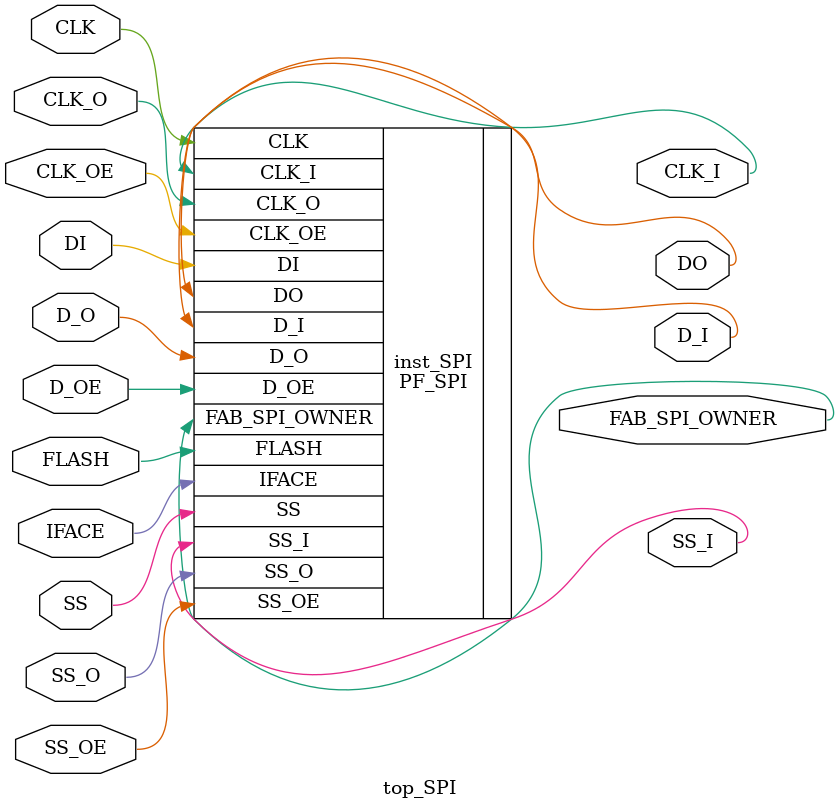
<source format=v>
module PF_SPI0 ( 
  CLK_I,
  D_I,
  SS_I,
  FAB_SPI_OWNER,
  CLK_OE,
  CLK_O,
  D_OE,
  D_O,
  SS_OE,
  SS_O,
  CLK,
  DI,
  DO,
  SS,
  IFACE,
  FLASH );
/* synthesis syn_black_box */
/* synthesis syn_noprune=1 */
/* synthesis black_box_pad_pin ="CLK, DI, DO, SS, IFACE, FLASH" */

output CLK_I;
output D_I;
output SS_I;
output FAB_SPI_OWNER;

input  CLK_OE;
input  CLK_O;
input  D_OE;
input  D_O;
input  SS_OE;
input  SS_O;


inout CLK;
input DI;
output DO;
inout SS;
input IFACE;
input FLASH;


endmodule

module top_SPI (
    CLK
    ,CLK_OE
    ,DI
    ,DO
    ,SS
    ,IFACE
    ,FLASH
    ,CLK_I
    ,D_I
    ,SS_I
    ,D_O
    ,D_OE
    ,SS_O
    ,SS_OE
    ,CLK_O
    ,FAB_SPI_OWNER
);
  inout CLK;
  input DI;
  output DO;
  inout SS;
  input IFACE;
  input FLASH;
  input  CLK_O;
  input  CLK_OE;
  output CLK_I;
  output D_I;
  output SS_I;
  input D_O;
  input  D_OE;
  input  SS_O;
  input  SS_OE;
  output FAB_SPI_OWNER;

  GND gnd_inst ( .Y( gnd_net ) ); 

  PF_SPI inst_SPI 
    (
        .CLK_OE ( CLK_OE ) ,
        .CLK_O ( CLK_O ) ,
        .D_OE ( D_OE ) ,
        .D_O ( D_O ) ,
        .SS_OE ( SS_OE ) ,
        .SS_O ( SS_O ) ,
        .CLK_I ( CLK_I ) ,
        .D_I ( D_I ) ,
        .SS_I ( SS_I ) ,
        .FAB_SPI_OWNER ( FAB_SPI_OWNER ) ,
        .CLK ( CLK ) ,
        .DI ( DI ) ,
        .DO ( DO ) ,
        .SS ( SS ) ,
        .IFACE ( IFACE ) ,
        .FLASH ( FLASH )
    );


endmodule


</source>
